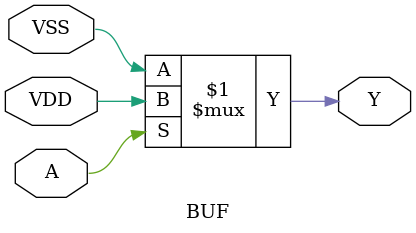
<source format=v>
module BUF(Y, A, VDD, VSS );
  input A;
  output Y;
  inout VDD, VSS;

  assign Y = A ? VDD : VSS ;
endmodule

</source>
